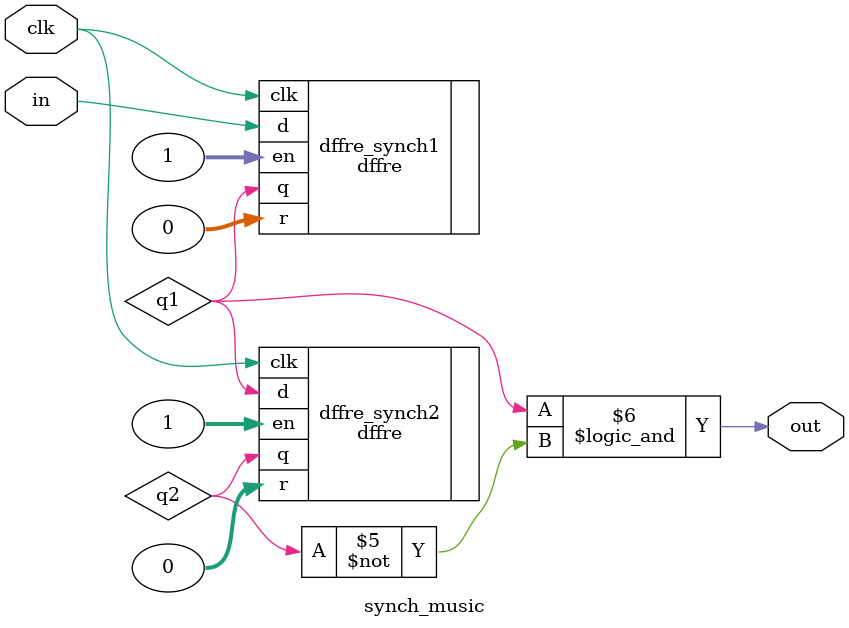
<source format=v>
module synch_music (
    in,
    clk,
    out,
);
    //同步器+脉冲变换电路
    input in;
    input clk;
    output out;

    wire q1;
    wire q2;

    dffre dffre_synch1(
        .d(in),
        .en(1),
        .clk(clk),
        .r(0),
        .q(q1)
    );

    dffre dffre_synch2(
        .d(q1),
        .en(1),
        .clk(clk),
        .r(0),
        .q(q2)
    );

    assign out = q1 && ~q2;

endmodule
</source>
